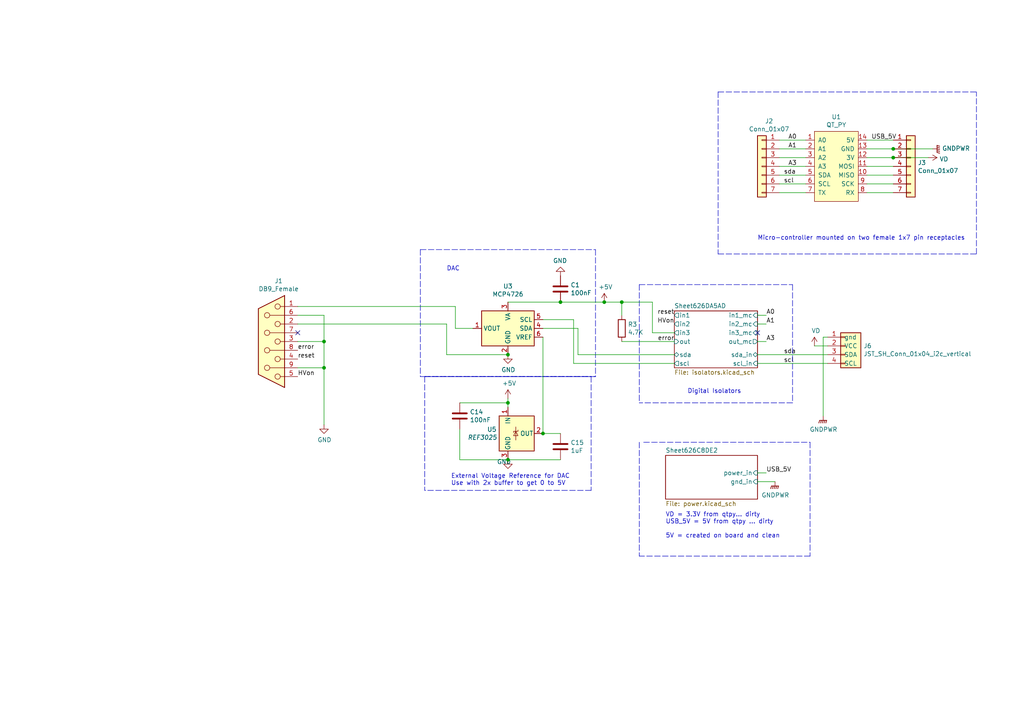
<source format=kicad_sch>
(kicad_sch (version 20211123) (generator eeschema)
  (paper "A4")
  (lib_symbols
    (symbol "Connector:DB9_Female" (pin_names (offset 1.016) hide)
      (property "Reference" "J" (at 0 13.97 0))
      (property "Value" "DB9_Female" (at 0 -14.605 0))
      (symbol "DB9_Female_0_1"
        (circle (center -1.778 -10.16) (radius 0.762))
        (circle (center -1.778 -5.08) (radius 0.762))
        (circle (center -1.778 0) (radius 0.762))
        (circle (center -1.778 5.08) (radius 0.762))
        (circle (center -1.778 10.16) (radius 0.762))
        (polyline (pts (xy -3.81 -10.16) (xy -2.54 -10.16)))
        (polyline (pts (xy -3.81 -7.62) (xy 0.508 -7.62)))
        (polyline (pts (xy -3.81 -5.08) (xy -2.54 -5.08)))
        (polyline (pts (xy -3.81 -2.54) (xy 0.508 -2.54)))
        (polyline (pts (xy -3.81 0) (xy -2.54 0)))
        (polyline (pts (xy -3.81 2.54) (xy 0.508 2.54)))
        (polyline (pts (xy -3.81 5.08) (xy -2.54 5.08)))
        (polyline (pts (xy -3.81 7.62) (xy 0.508 7.62)))
        (polyline (pts (xy -3.81 10.16) (xy -2.54 10.16)))
        (polyline (pts (xy -3.81 13.335) (xy -3.81 -13.335) (xy 3.81 -9.525) (xy 3.81 9.525) (xy -3.81 13.335)) (stroke (width 0.254)) (fill (type background)))
        (circle (center 1.27 -7.62) (radius 0.762))
        (circle (center 1.27 -2.54) (radius 0.762))
        (circle (center 1.27 2.54) (radius 0.762))
        (circle (center 1.27 7.62) (radius 0.762))
      )
      (symbol "DB9_Female_1_1"
        (pin passive line (at -7.62 10.16 0) (length 3.81) (name "1") (number "1"))
        (pin passive line (at -7.62 5.08 0) (length 3.81) (name "2") (number "2"))
        (pin passive line (at -7.62 0 0) (length 3.81) (name "3") (number "3"))
        (pin passive line (at -7.62 -5.08 0) (length 3.81) (name "4") (number "4"))
        (pin passive line (at -7.62 -10.16 0) (length 3.81) (name "5") (number "5"))
        (pin passive line (at -7.62 7.62 0) (length 3.81) (name "6") (number "6"))
        (pin passive line (at -7.62 2.54 0) (length 3.81) (name "7") (number "7"))
        (pin passive line (at -7.62 -2.54 0) (length 3.81) (name "8") (number "8"))
        (pin passive line (at -7.62 -7.62 0) (length 3.81) (name "9") (number "9"))
      )
    )
    (symbol "Connector_Generic:Conn_01x07" (pin_names (offset 1.016) hide)
      (property "Reference" "J" (at 0 10.16 0))
      (property "Value" "Conn_01x07" (at 0 -10.16 0))
      (symbol "Conn_01x07_1_1"
        (rectangle (start -1.27 -7.493) (end 0 -7.747) (stroke (width 0.1524)))
        (rectangle (start -1.27 -4.953) (end 0 -5.207) (stroke (width 0.1524)))
        (rectangle (start -1.27 -2.413) (end 0 -2.667) (stroke (width 0.1524)))
        (rectangle (start -1.27 0.127) (end 0 -0.127) (stroke (width 0.1524)))
        (rectangle (start -1.27 2.667) (end 0 2.413) (stroke (width 0.1524)))
        (rectangle (start -1.27 5.207) (end 0 4.953) (stroke (width 0.1524)))
        (rectangle (start -1.27 7.747) (end 0 7.493) (stroke (width 0.1524)))
        (rectangle (start -1.27 8.89) (end 1.27 -8.89) (stroke (width 0.254)) (fill (type background)))
        (pin passive line (at -5.08 7.62 0) (length 3.81) (name "Pin_1") (number "1"))
        (pin passive line (at -5.08 5.08 0) (length 3.81) (name "Pin_2") (number "2"))
        (pin passive line (at -5.08 2.54 0) (length 3.81) (name "Pin_3") (number "3"))
        (pin passive line (at -5.08 0 0) (length 3.81) (name "Pin_4") (number "4"))
        (pin passive line (at -5.08 -2.54 0) (length 3.81) (name "Pin_5") (number "5"))
        (pin passive line (at -5.08 -5.08 0) (length 3.81) (name "Pin_6") (number "6"))
        (pin passive line (at -5.08 -7.62 0) (length 3.81) (name "Pin_7") (number "7"))
      )
    )
    (symbol "DAC_pockel-rescue:100nF-0JLC" (pin_numbers hide) (pin_names (offset 0.254))
      (property "Reference" "C" (at 0.635 2.54 0))
      (property "Value" "100nF-0JLC" (at 0.635 -2.54 0))
      (symbol "100nF-0JLC_0_1"
        (polyline (pts (xy -2.032 -0.762) (xy 2.032 -0.762)) (stroke (width 0.508)))
        (polyline (pts (xy -2.032 0.762) (xy 2.032 0.762)) (stroke (width 0.508)))
      )
      (symbol "100nF-0JLC_1_1"
        (pin passive line (at 0 3.81 270) (length 2.794) (name "~") (number "1"))
        (pin passive line (at 0 -3.81 90) (length 2.794) (name "~") (number "2"))
      )
    )
    (symbol "DAC_pockel-rescue:1uF-0JLC" (pin_numbers hide) (pin_names (offset 0.254))
      (property "Reference" "C" (at 0.635 2.54 0))
      (property "Value" "1uF-0JLC" (at 0.635 -2.54 0))
      (symbol "1uF-0JLC_0_1"
        (polyline (pts (xy -2.032 -0.762) (xy 2.032 -0.762)) (stroke (width 0.508)))
        (polyline (pts (xy -2.032 0.762) (xy 2.032 0.762)) (stroke (width 0.508)))
      )
      (symbol "1uF-0JLC_1_1"
        (pin passive line (at 0 3.81 270) (length 2.794) (name "~") (number "1"))
        (pin passive line (at 0 -3.81 90) (length 2.794) (name "~") (number "2"))
      )
    )
    (symbol "DAC_pockel-rescue:JST_SH_Conn_01x04_i2c_horizontal-0JLC" (pin_names (offset 1.016))
      (property "Reference" "J" (at 0 5.08 0))
      (property "Value" "JST_SH_Conn_01x04_i2c_horizontal-0JLC" (at 0 -7.62 0))
      (symbol "JST_SH_Conn_01x04_i2c_horizontal-0JLC_1_1"
        (rectangle (start -1.27 -4.953) (end 0 -5.207) (stroke (width 0.1524)))
        (rectangle (start -1.27 -2.413) (end 0 -2.667) (stroke (width 0.1524)))
        (rectangle (start -1.27 0.127) (end 0 -0.127) (stroke (width 0.1524)))
        (rectangle (start -1.27 2.667) (end 0 2.413) (stroke (width 0.1524)))
        (rectangle (start -1.27 3.81) (end 4.572 -6.35) (stroke (width 0.254)) (fill (type background)))
        (pin passive line (at -5.08 2.54 0) (length 3.81) (name "gnd") (number "1"))
        (pin passive line (at -5.08 0 0) (length 3.81) (name "VCC") (number "2"))
        (pin passive line (at -5.08 -2.54 0) (length 3.81) (name "SDA") (number "3"))
        (pin passive line (at -5.08 -5.08 0) (length 3.81) (name "SCL") (number "4"))
      )
    )
    (symbol "DAC_pockel-rescue:MCP4726-0JLC"
      (property "Reference" "U" (at 2.54 8.89 0))
      (property "Value" "MCP4726-0JLC" (at 8.89 6.35 0))
      (symbol "MCP4726-0JLC_0_1"
        (rectangle (start -7.62 -5.08) (end 7.62 5.08) (stroke (width 0.254)) (fill (type background)))
      )
      (symbol "MCP4726-0JLC_1_1"
        (pin output line (at 10.16 0 180) (length 2.54) (name "VOUT") (number "1"))
        (pin power_in line (at 0 -7.62 90) (length 2.54) (name "GND") (number "2"))
        (pin power_in line (at 0 7.62 270) (length 2.54) (name "VA") (number "3"))
        (pin bidirectional line (at -10.16 0 0) (length 2.54) (name "SDA") (number "4"))
        (pin input line (at -10.16 2.54 0) (length 2.54) (name "SCL") (number "5"))
        (pin input line (at -10.16 -2.54 0) (length 2.54) (name "VREF") (number "6"))
      )
    )
    (symbol "DAC_pockel-rescue:QT_PY-0my_actives" (pin_names (offset 1.016))
      (property "Reference" "U" (at -1.27 11.43 0))
      (property "Value" "QT_PY-0my_actives" (at 0 8.89 0))
      (symbol "QT_PY-0my_actives_0_1"
        (rectangle (start -6.35 10.16) (end 6.35 -10.16) (fill (type background)))
      )
      (symbol "QT_PY-0my_actives_1_1"
        (pin bidirectional line (at -8.89 7.62 0) (length 2.54) (name "A0") (number "1"))
        (pin input line (at 8.89 -2.54 180) (length 2.54) (name "MISO") (number "10"))
        (pin output line (at 8.89 0 180) (length 2.54) (name "MOSI") (number "11"))
        (pin power_out line (at 8.89 2.54 180) (length 2.54) (name "3V") (number "12"))
        (pin power_in line (at 8.89 5.08 180) (length 2.54) (name "GND") (number "13"))
        (pin power_out line (at 8.89 7.62 180) (length 2.54) (name "5V") (number "14"))
        (pin bidirectional line (at -8.89 5.08 0) (length 2.54) (name "A1") (number "2"))
        (pin bidirectional line (at -8.89 2.54 0) (length 2.54) (name "A2") (number "3"))
        (pin bidirectional line (at -8.89 0 0) (length 2.54) (name "A3") (number "4"))
        (pin output line (at -8.89 -2.54 0) (length 2.54) (name "SDA") (number "5"))
        (pin output line (at -8.89 -5.08 0) (length 2.54) (name "SCL") (number "6"))
        (pin output line (at -8.89 -7.62 0) (length 2.54) (name "TX") (number "7"))
        (pin input line (at 8.89 -7.62 180) (length 2.54) (name "RX") (number "8"))
        (pin output line (at 8.89 -5.08 180) (length 2.54) (name "SCK") (number "9"))
      )
    )
    (symbol "DAC_pockel-rescue:R-0JLC" (pin_numbers hide) (pin_names (offset 0))
      (property "Reference" "R" (at 2.032 0 90))
      (property "Value" "R-0JLC" (at 0 0 90))
      (symbol "R-0JLC_0_1"
        (rectangle (start -1.016 -2.54) (end 1.016 2.54) (stroke (width 0.254)))
      )
      (symbol "R-0JLC_1_1"
        (pin passive line (at 0 3.81 270) (length 1.27) (name "~") (number "1"))
        (pin passive line (at 0 -3.81 90) (length 1.27) (name "~") (number "2"))
      )
    )
    (symbol "Reference_Voltage:REF3025" (pin_names (offset 0.254))
      (property "Reference" "U" (at 0 6.35 0))
      (property "Value" "REF3025" (at 2.54 -6.35 0))
      (symbol "REF3025_0_1"
        (rectangle (start -5.08 5.08) (end 5.08 -5.08) (stroke (width 0.254)) (fill (type background)))
        (polyline (pts (xy -0.254 1.905) (xy -0.254 -1.905)))
        (polyline (pts (xy -0.889 -0.635) (xy 0.381 -0.635) (xy -0.254 0.635) (xy -0.889 -0.635)))
        (polyline (pts (xy 0.381 1.016) (xy 0.381 0.635) (xy -0.889 0.635) (xy -0.889 0.254)))
      )
      (symbol "REF3025_1_1"
        (pin power_in line (at -2.54 7.62 270) (length 2.54) (name "IN") (number "1"))
        (pin power_out line (at 7.62 0 180) (length 2.54) (name "OUT") (number "2"))
        (pin power_in line (at -2.54 -7.62 90) (length 2.54) (name "GND") (number "3"))
      )
    )
    (symbol "power:+5V" (power) (pin_names (offset 0))
      (property "Value" "+5V" (at 0 3.556 0))
      (symbol "+5V_0_1"
        (polyline (pts (xy -0.762 1.27) (xy 0 2.54)))
        (polyline (pts (xy 0 0) (xy 0 2.54)))
        (polyline (pts (xy 0 2.54) (xy 0.762 1.27)))
      )
      (symbol "+5V_1_1"
        (pin power_in line (at 0 0 90) (length 0) hide (name "+5V") (number "1"))
      )
    )
    (symbol "power:GND" (power) (pin_names (offset 0))
      (property "Value" "GND" (at 0 -3.81 0))
      (symbol "GND_0_1"
        (polyline (pts (xy 0 0) (xy 0 -1.27) (xy 1.27 -1.27) (xy 0 -2.54) (xy -1.27 -1.27) (xy 0 -1.27)))
      )
      (symbol "GND_1_1"
        (pin power_in line (at 0 0 270) (length 0) hide (name "GND") (number "1"))
      )
    )
    (symbol "power:GNDPWR" (power) (pin_names (offset 0))
      (property "Value" "GNDPWR" (at 0 -3.302 0))
      (symbol "GNDPWR_0_1"
        (polyline (pts (xy 0 -1.27) (xy 0 0)))
        (polyline (pts (xy -1.016 -1.27) (xy -1.27 -2.032) (xy -1.27 -2.032)) (stroke (width 0.2032)))
        (polyline (pts (xy -0.508 -1.27) (xy -0.762 -2.032) (xy -0.762 -2.032)) (stroke (width 0.2032)))
        (polyline (pts (xy 0 -1.27) (xy -0.254 -2.032) (xy -0.254 -2.032)) (stroke (width 0.2032)))
        (polyline (pts (xy 0.508 -1.27) (xy 0.254 -2.032) (xy 0.254 -2.032)) (stroke (width 0.2032)))
        (polyline (pts (xy 1.016 -1.27) (xy -1.016 -1.27) (xy -1.016 -1.27)) (stroke (width 0.2032)))
        (polyline (pts (xy 1.016 -1.27) (xy 0.762 -2.032) (xy 0.762 -2.032) (xy 0.762 -2.032)) (stroke (width 0.2032)))
      )
      (symbol "GNDPWR_1_1"
        (pin power_in line (at 0 0 270) (length 0) hide (name "GNDPWR") (number "1"))
      )
    )
    (symbol "power:VD" (power) (pin_names (offset 0))
      (property "Value" "VD" (at 0 3.81 0))
      (symbol "VD_0_1"
        (polyline (pts (xy -0.762 1.27) (xy 0 2.54)))
        (polyline (pts (xy 0 0) (xy 0 2.54)))
        (polyline (pts (xy 0 2.54) (xy 0.762 1.27)))
      )
      (symbol "VD_1_1"
        (pin power_in line (at 0 0 90) (length 0) hide (name "VD") (number "1"))
      )
    )
  )
  (junction (at 259.08 43.18))
  (junction (at 175.26 87.63))
  (junction (at 147.32 133.35))
  (junction (at 157.48 125.73))
  (junction (at 93.98 99.06))
  (junction (at 93.98 106.68))
  (junction (at 259.08 45.72))
  (junction (at 180.34 87.63))
  (junction (at 147.32 116.84))
  (junction (at 162.56 87.63))
  (junction (at 147.32 102.87))
  (no_connect (at 86.36 96.52))
  (no_connect (at 219.71 96.52))
  (wire (pts (xy 93.98 106.68) (xy 93.98 123.19)))
  (wire (pts (xy 233.68 48.26) (xy 226.06 48.26)))
  (polyline (pts (xy 171.45 142.24) (xy 123.19 142.24)))
  (wire (pts (xy 157.48 125.73) (xy 162.56 125.73)))
  (wire (pts (xy 166.37 92.71) (xy 157.48 92.71)))
  (wire (pts (xy 180.34 99.06) (xy 195.58 99.06)))
  (wire (pts (xy 259.08 45.72) (xy 251.46 45.72)))
  (polyline (pts (xy 172.72 72.39) (xy 172.72 109.22)))
  (wire (pts (xy 147.32 116.84) (xy 147.32 115.57)))
  (wire (pts (xy 132.08 88.9) (xy 132.08 95.25)))
  (wire (pts (xy 132.08 95.25) (xy 137.16 95.25)))
  (wire (pts (xy 133.35 124.46) (xy 133.35 133.35)))
  (polyline (pts (xy 229.87 116.84) (xy 185.42 116.84)))
  (wire (pts (xy 251.46 53.34) (xy 259.08 53.34)))
  (wire (pts (xy 129.54 102.87) (xy 129.54 93.98)))
  (polyline (pts (xy 229.87 82.55) (xy 229.87 116.84)))
  (wire (pts (xy 86.36 99.06) (xy 93.98 99.06)))
  (polyline (pts (xy 121.92 109.22) (xy 172.72 109.22)))
  (polyline (pts (xy 185.42 82.55) (xy 229.87 82.55)))
  (wire (pts (xy 93.98 91.44) (xy 93.98 99.06)))
  (wire (pts (xy 259.08 50.8) (xy 251.46 50.8)))
  (wire (pts (xy 238.76 97.79) (xy 240.03 97.79)))
  (polyline (pts (xy 283.21 73.66) (xy 283.21 26.67)))
  (wire (pts (xy 233.68 43.18) (xy 226.06 43.18)))
  (wire (pts (xy 189.23 96.52) (xy 195.58 96.52)))
  (polyline (pts (xy 234.95 128.27) (xy 234.95 161.29)))
  (polyline (pts (xy 172.72 109.22) (xy 123.19 109.22)))
  (wire (pts (xy 259.08 40.64) (xy 251.46 40.64)))
  (wire (pts (xy 238.76 120.65) (xy 238.76 97.79)))
  (wire (pts (xy 166.37 105.41) (xy 195.58 105.41)))
  (wire (pts (xy 166.37 105.41) (xy 166.37 92.71)))
  (polyline (pts (xy 185.42 128.27) (xy 185.42 161.29)))
  (polyline (pts (xy 121.92 72.39) (xy 121.92 109.22)))
  (wire (pts (xy 147.32 87.63) (xy 162.56 87.63)))
  (polyline (pts (xy 234.95 161.29) (xy 185.42 161.29)))
  (wire (pts (xy 251.46 43.18) (xy 259.08 43.18)))
  (polyline (pts (xy 186.69 128.27) (xy 234.95 128.27)))
  (wire (pts (xy 133.35 133.35) (xy 147.32 133.35)))
  (wire (pts (xy 226.06 40.64) (xy 233.68 40.64)))
  (wire (pts (xy 219.71 102.87) (xy 240.03 102.87)))
  (wire (pts (xy 167.64 95.25) (xy 167.64 102.87)))
  (polyline (pts (xy 185.42 82.55) (xy 185.42 116.84)))
  (wire (pts (xy 157.48 125.73) (xy 157.48 97.79)))
  (polyline (pts (xy 123.19 109.22) (xy 123.19 142.24)))
  (polyline (pts (xy 171.45 109.22) (xy 171.45 142.24)))
  (wire (pts (xy 147.32 102.87) (xy 129.54 102.87)))
  (wire (pts (xy 133.35 116.84) (xy 147.32 116.84)))
  (wire (pts (xy 226.06 55.88) (xy 233.68 55.88)))
  (wire (pts (xy 222.25 137.16) (xy 219.71 137.16)))
  (polyline (pts (xy 208.28 26.67) (xy 283.21 26.67)))
  (wire (pts (xy 219.71 91.44) (xy 222.25 91.44)))
  (wire (pts (xy 86.36 91.44) (xy 93.98 91.44)))
  (polyline (pts (xy 208.28 73.66) (xy 283.21 73.66)))
  (wire (pts (xy 180.34 87.63) (xy 175.26 87.63)))
  (wire (pts (xy 93.98 99.06) (xy 93.98 106.68)))
  (wire (pts (xy 233.68 53.34) (xy 226.06 53.34)))
  (wire (pts (xy 240.03 100.33) (xy 236.22 100.33)))
  (wire (pts (xy 129.54 93.98) (xy 86.36 93.98)))
  (wire (pts (xy 259.08 43.18) (xy 270.51 43.18)))
  (wire (pts (xy 86.36 106.68) (xy 93.98 106.68)))
  (wire (pts (xy 259.08 55.88) (xy 251.46 55.88)))
  (wire (pts (xy 219.71 139.7) (xy 224.79 139.7)))
  (wire (pts (xy 180.34 87.63) (xy 189.23 87.63)))
  (wire (pts (xy 167.64 95.25) (xy 157.48 95.25)))
  (wire (pts (xy 167.64 102.87) (xy 195.58 102.87)))
  (wire (pts (xy 162.56 87.63) (xy 175.26 87.63)))
  (wire (pts (xy 180.34 91.44) (xy 180.34 87.63)))
  (wire (pts (xy 219.71 93.98) (xy 222.25 93.98)))
  (wire (pts (xy 222.25 99.06) (xy 219.71 99.06)))
  (polyline (pts (xy 121.92 72.39) (xy 172.72 72.39)))
  (wire (pts (xy 251.46 48.26) (xy 259.08 48.26)))
  (wire (pts (xy 219.71 105.41) (xy 240.03 105.41)))
  (wire (pts (xy 189.23 87.63) (xy 189.23 96.52)))
  (wire (pts (xy 147.32 118.11) (xy 147.32 116.84)))
  (wire (pts (xy 86.36 88.9) (xy 132.08 88.9)))
  (wire (pts (xy 162.56 133.35) (xy 147.32 133.35)))
  (wire (pts (xy 226.06 50.8) (xy 233.68 50.8)))
  (wire (pts (xy 269.24 45.72) (xy 259.08 45.72)))
  (wire (pts (xy 226.06 45.72) (xy 233.68 45.72)))
  (polyline (pts (xy 208.28 26.67) (xy 208.28 73.66)))
  (polyline (pts (xy 123.19 109.22) (xy 171.45 109.22)))
  (text "VD = 3.3V from qtpy… dirty\nUSB_5V = 5V from qtpy … dirty\n\n5V = created on board and clean" (at 193.04 156.21 0) (effects (font (size 1.27 1.27)) (justify left bottom)))
  (text "DAC" (at 129.54 78.74 0) (effects (font (size 1.27 1.27)) (justify left bottom)))
  (text "Digital Isolators" (at 199.39 114.3 0) (effects (font (size 1.27 1.27)) (justify left bottom)))
  (text "Micro-controller mounted on two female 1x7 pin receptacles" (at 219.71 69.85 0) (effects (font (size 1.27 1.27)) (justify left bottom)))
  (text "External Voltage Reference for DAC\nUse with 2x buffer to get 0 to 5V" (at 130.81 140.97 0) (effects (font (size 1.27 1.27)) (justify left bottom)))
  (label "reset" (at 195.58 91.44 180))
  (label "HVon" (at 195.58 93.98 180))
  (label "error" (at 86.36 101.6 0))
  (label "sda" (at 227.33 50.8 0))
  (label "error" (at 195.58 99.06 180))
  (label "scl" (at 227.33 53.34 0))
  (label "A0" (at 222.25 91.44 0))
  (label "USB_5V" (at 222.25 137.16 0))
  (label "reset" (at 86.36 104.14 0))
  (label "sda" (at 227.33 102.87 0))
  (label "A0" (at 228.6 40.64 0))
  (label "A1" (at 222.25 93.98 0))
  (label "USB_5V" (at 252.73 40.64 0))
  (label "HVon" (at 86.36 109.22 0))
  (label "scl" (at 227.33 105.41 0))
  (label "A3" (at 228.6 48.26 0))
  (label "A3" (at 222.25 99.06 0))
  (label "A1" (at 228.6 43.18 0))
  (symbol (lib_id "DAC_pockel-rescue:100nF-0JLC") (at 162.56 83.82 0) (unit 1)
    (property "Reference" "C1" (at 165.481 82.6516 0) (effects (justify left)))
    (property "Value" "100nF" (at 165.481 84.963 0) (effects (justify left)))
    (property "Footprint" "Capacitor_SMD:C_0603_1608Metric_Pad1.05x0.95mm_HandSolder" (effects hide))
    (property "LCSC" "C14663" (effects hide))
    (property "MPN" "CC0603KRX7R9BB104" (effects hide))
  )
  (symbol (lib_id "power:GND") (at 162.56 80.01 180) (unit 1)
    (property "Reference" "#PWR012" (effects hide))
    (property "Value" "GND" (at 162.433 75.6158 0))
  )
  (symbol (lib_id "power:GND") (at 147.32 102.87 0) (unit 1)
    (property "Reference" "#PWR011" (effects hide))
    (property "Value" "GND" (at 147.447 107.2642 0))
  )
  (symbol (lib_id "DAC_pockel-rescue:JST_SH_Conn_01x04_i2c_horizontal-0JLC") (at 245.11 100.33 0) (unit 1)
    (property "Reference" "J6" (at 250.444 100.33 0) (effects (justify left)))
    (property "Value" "JST_SH_Conn_01x04_i2c_vertical" (at 250.444 102.6414 0) (effects (justify left)))
    (property "Footprint" "Connector_JST:JST_SH_BM04B-SRSS-TB_1x04-1MP_P1.00mm_Vertical" (effects hide))
    (property "LCSC" "C371602" (effects hide))
    (property "MPN" "A1001WV-S-04PD01" (effects hide))
  )
  (symbol (lib_id "Connector:DB9_Female") (at 78.74 99.06 0) (mirror y) (unit 1)
    (property "Reference" "J1" (at 80.8228 81.4832 0))
    (property "Value" "DB9_Female" (at 80.8228 83.7946 0))
    (property "Footprint" "0my_footprints:DSUB-TH_DS1037-09FNAKT74-0CC" (effects hide))
    (property "Datasheet" " ~" (effects hide))
    (property "LCSC" "C75749" (effects hide))
    (property "MPN" "DS1037-09FNAKT74-0CC" (effects hide))
  )
  (symbol (lib_id "DAC_pockel-rescue:QT_PY-0my_actives") (at 242.57 48.26 0) (unit 1)
    (property "Reference" "U1" (at 242.57 33.909 0))
    (property "Value" "QT_PY" (at 242.57 36.2204 0))
  )
  (symbol (lib_id "DAC_pockel-rescue:MCP4726-0JLC") (at 147.32 95.25 0) (mirror y) (unit 1)
    (property "Reference" "U3" (at 147.32 83.0326 0))
    (property "Value" "MCP4726" (at 147.32 85.344 0))
    (property "Footprint" "Package_TO_SOT_SMD:SOT-23-6" (effects hide))
    (property "Datasheet" "https://datasheet.lcsc.com/lcsc/1809291532_Microchip-Tech-MCP4726A0T-E-CH_C191581.pdf" (effects hide))
    (property "LCSC" "C191581" (effects hide))
    (property "MPN" "MCP4726A0T-E/CH" (effects hide))
  )
  (symbol (lib_id "Reference_Voltage:REF3025") (at 149.86 125.73 0) (unit 1)
    (property "Reference" "U5" (at 144.0434 124.5616 0) (effects (justify right)))
    (property "Value" "REF3025" (at 144.0434 126.873 0) (effects (font italic) (justify right)))
    (property "Footprint" "Package_TO_SOT_SMD:SOT-23" (effects hide))
    (property "Datasheet" "http://www.ti.com/lit/ds/symlink/ref3033.pdf" (effects hide))
  )
  (symbol (lib_id "power:GND") (at 147.32 133.35 0) (unit 1)
    (property "Reference" "#PWR0114" (effects hide))
    (property "Value" "GND" (at 146.177 133.9342 0))
  )
  (symbol (lib_id "DAC_pockel-rescue:100nF-0JLC") (at 133.35 120.65 0) (unit 1)
    (property "Reference" "C14" (at 136.271 119.4816 0) (effects (justify left)))
    (property "Value" "100nF" (at 136.271 121.793 0) (effects (justify left)))
    (property "Footprint" "Capacitor_SMD:C_0603_1608Metric_Pad1.05x0.95mm_HandSolder" (effects hide))
    (property "LCSC" "C14663" (effects hide))
    (property "MPN" "CC0603KRX7R9BB104" (effects hide))
  )
  (symbol (lib_id "DAC_pockel-rescue:1uF-0JLC") (at 162.56 129.54 0) (unit 1)
    (property "Reference" "C15" (at 165.481 128.3716 0) (effects (justify left)))
    (property "Value" "1uF" (at 165.481 130.683 0) (effects (justify left)))
    (property "Footprint" "Capacitor_SMD:C_0603_1608Metric_Pad1.05x0.95mm_HandSolder" (effects hide))
    (property "LCSC" "C15849" (effects hide))
    (property "MPN" "CL10A105KB8NNNC" (effects hide))
  )
  (symbol (lib_id "power:VD") (at 236.22 100.33 0) (unit 1)
    (property "Reference" "#PWR0105" (effects hide))
    (property "Value" "VD" (at 236.6518 95.9358 0))
  )
  (symbol (lib_id "power:+5V") (at 147.32 115.57 0) (unit 1)
    (property "Reference" "#PWR0116" (effects hide))
    (property "Value" "+5V" (at 147.701 111.1758 0))
  )
  (symbol (lib_id "power:GNDPWR") (at 238.76 120.65 0) (unit 1)
    (property "Reference" "#PWR0118" (effects hide))
    (property "Value" "GNDPWR" (at 238.8616 124.5616 0))
  )
  (symbol (lib_id "Connector_Generic:Conn_01x07") (at 220.98 48.26 0) (mirror y) (unit 1)
    (property "Reference" "J2" (at 223.0628 35.1282 0))
    (property "Value" "Conn_01x07" (at 223.0628 37.4396 0))
    (property "Footprint" "Connector_PinSocket_2.54mm:PinSocket_1x07_P2.54mm_Vertical" (effects hide))
    (property "LCSC" "C358721" (effects hide))
  )
  (symbol (lib_id "Connector_Generic:Conn_01x07") (at 264.16 48.26 0) (unit 1)
    (property "Reference" "J3" (at 266.192 47.1932 0) (effects (justify left)))
    (property "Value" "Conn_01x07" (at 266.192 49.5046 0) (effects (justify left)))
    (property "Footprint" "Connector_PinSocket_2.54mm:PinSocket_1x07_P2.54mm_Vertical" (effects hide))
    (property "LCSC" "C358721" (effects hide))
  )
  (symbol (lib_id "power:GNDPWR") (at 270.51 43.18 90) (unit 1)
    (property "Reference" "#PWR0119" (effects hide))
    (property "Value" "GNDPWR" (at 273.2532 43.053 90) (effects (justify right)))
  )
  (symbol (lib_id "power:VD") (at 269.24 45.72 270) (unit 1)
    (property "Reference" "#PWR0120" (effects hide))
    (property "Value" "VD" (at 272.4912 46.1518 90) (effects (justify left)))
  )
  (symbol (lib_id "power:+5V") (at 175.26 87.63 0) (unit 1)
    (property "Reference" "#PWR0129" (effects hide))
    (property "Value" "+5V" (at 175.641 83.2358 0))
  )
  (symbol (lib_id "power:GNDPWR") (at 224.79 139.7 0) (unit 1)
    (property "Reference" "#PWR0130" (effects hide))
    (property "Value" "GNDPWR" (at 224.8916 143.6116 0))
  )
  (symbol (lib_id "DAC_pockel-rescue:R-0JLC") (at 180.34 95.25 0) (unit 1)
    (property "Reference" "R3" (at 182.118 94.0816 0) (effects (justify left)))
    (property "Value" "4.7K" (at 182.118 96.393 0) (effects (justify left)))
    (property "Footprint" "Resistor_SMD:R_0603_1608Metric_Pad1.05x0.95mm_HandSolder" (effects hide))
    (property "LCSC" "C23162" (effects hide))
    (property "MPN" "0603WAF4701T5E" (effects hide))
  )
  (symbol (lib_id "power:GND") (at 93.98 123.19 0) (unit 1)
    (property "Reference" "#PWR0131" (effects hide))
    (property "Value" "GND" (at 94.107 127.5842 0))
  )
  (sheet (at 193.04 132.08) (size 26.67 12.7)
    (property "Sheet name" "Sheet626C8DE2" (at 193.04 131.3684 0) (effects (justify left bottom)))
    (property "Sheet file" "power.kicad_sch" (at 193.04 145.3646 0) (effects (justify left top)))
    (pin "power_in" input (at 219.71 137.16 0))
    (pin "gnd_in" input (at 219.71 139.7 0))
  )
  (sheet (at 195.58 90.17) (size 24.13 16.51)
    (property "Sheet name" "Sheet626DA5AD" (at 195.58 89.4584 0) (effects (justify left bottom)))
    (property "Sheet file" "isolators.kicad_sch" (at 195.58 107.2646 0) (effects (justify left top)))
    (pin "scl_in" input (at 219.71 105.41 0))
    (pin "sda_in" bidirectional (at 219.71 102.87 0))
    (pin "scl" output (at 195.58 105.41 180))
    (pin "sda" bidirectional (at 195.58 102.87 180))
    (pin "in1_mc" input (at 219.71 91.44 0))
    (pin "in2_mc" input (at 219.71 93.98 0))
    (pin "in2" output (at 195.58 93.98 180))
    (pin "in1" output (at 195.58 91.44 180))
    (pin "in3_mc" input (at 219.71 96.52 0))
    (pin "out_mc" output (at 219.71 99.06 0))
    (pin "in3" output (at 195.58 96.52 180))
    (pin "out" input (at 195.58 99.06 180))
  )
)
</source>
